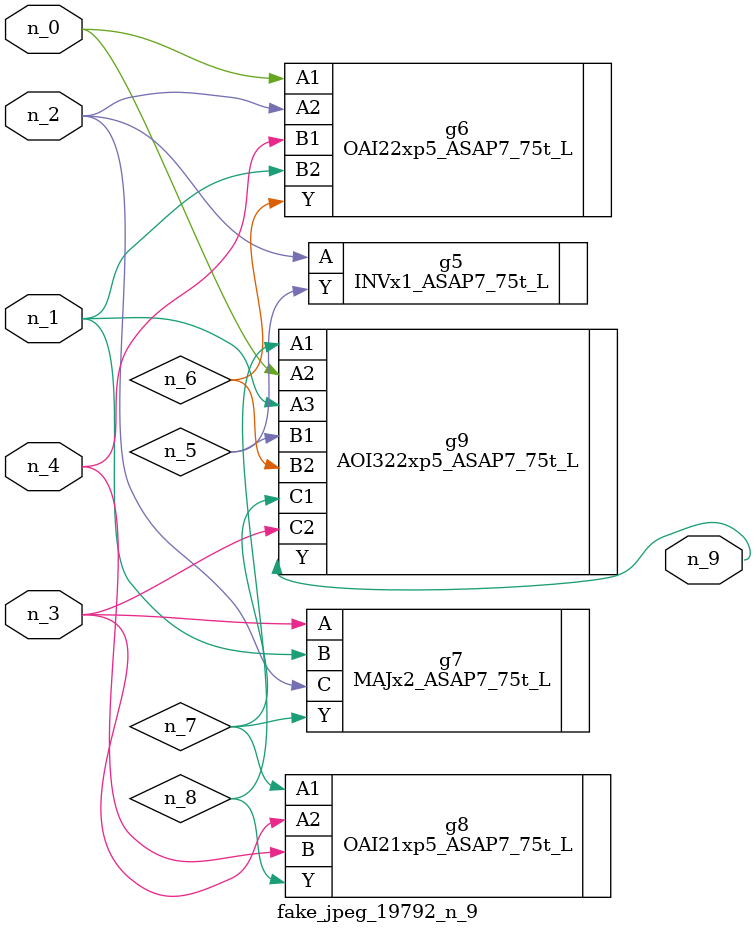
<source format=v>
module fake_jpeg_19792_n_9 (n_3, n_2, n_1, n_0, n_4, n_9);

input n_3;
input n_2;
input n_1;
input n_0;
input n_4;

output n_9;

wire n_8;
wire n_6;
wire n_5;
wire n_7;

INVx1_ASAP7_75t_L g5 ( 
.A(n_2),
.Y(n_5)
);

OAI22xp5_ASAP7_75t_L g6 ( 
.A1(n_0),
.A2(n_2),
.B1(n_4),
.B2(n_1),
.Y(n_6)
);

MAJx2_ASAP7_75t_L g7 ( 
.A(n_3),
.B(n_1),
.C(n_2),
.Y(n_7)
);

OAI21xp5_ASAP7_75t_L g8 ( 
.A1(n_7),
.A2(n_3),
.B(n_4),
.Y(n_8)
);

AOI322xp5_ASAP7_75t_L g9 ( 
.A1(n_8),
.A2(n_0),
.A3(n_1),
.B1(n_5),
.B2(n_6),
.C1(n_7),
.C2(n_3),
.Y(n_9)
);


endmodule
</source>
